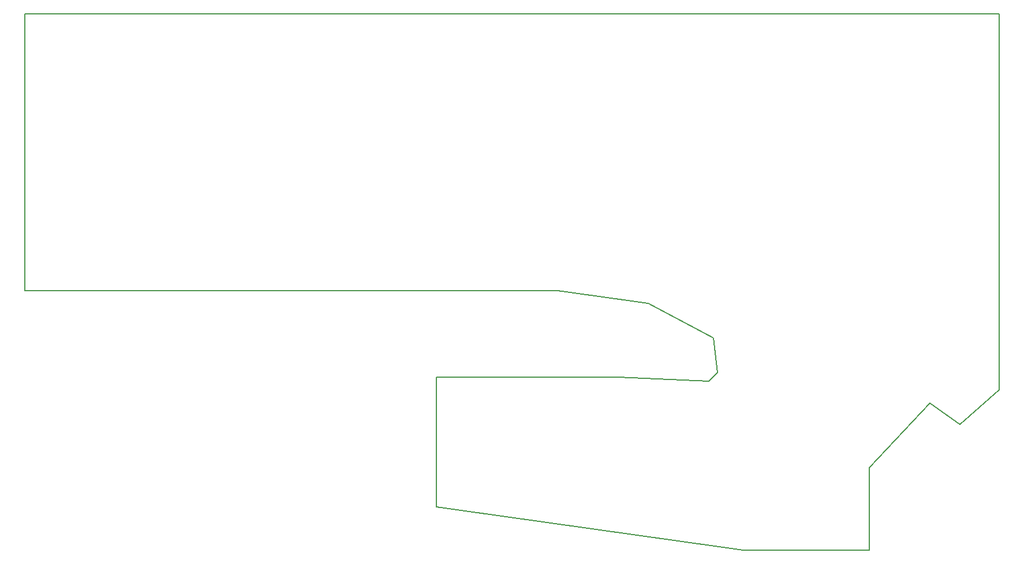
<source format=gbr>
G04 #@! TF.GenerationSoftware,KiCad,Pcbnew,5.0.2+dfsg1-1~bpo9+1*
G04 #@! TF.CreationDate,2019-02-28T23:48:51+09:00*
G04 #@! TF.ProjectId,iai,6961692e-6b69-4636-9164-5f7063625858,rev?*
G04 #@! TF.SameCoordinates,Original*
G04 #@! TF.FileFunction,Profile,NP*
%FSLAX46Y46*%
G04 Gerber Fmt 4.6, Leading zero omitted, Abs format (unit mm)*
G04 Created by KiCad (PCBNEW 5.0.2+dfsg1-1~bpo9+1) date 2019年02月28日 23時48分51秒*
%MOMM*%
%LPD*%
G01*
G04 APERTURE LIST*
%ADD10C,0.150000*%
G04 APERTURE END LIST*
D10*
X210820000Y-116840000D02*
X215265000Y-120015000D01*
X201930000Y-126365000D02*
X210820000Y-116840000D01*
X215265000Y-120015000D02*
X220980000Y-114935000D01*
X201930000Y-138430000D02*
X201930000Y-126365000D01*
X179070000Y-107315000D02*
X179705000Y-112395000D01*
X169545000Y-102235000D02*
X179070000Y-107315000D01*
X156210000Y-100330000D02*
X169545000Y-102235000D01*
X178435000Y-113665000D02*
X179705000Y-112395000D01*
X165100000Y-113030000D02*
X178435000Y-113665000D01*
X78105000Y-59690000D02*
X220980000Y-59690000D01*
X78105000Y-100330000D02*
X78105000Y-59690000D01*
X156210000Y-100330000D02*
X78105000Y-100330000D01*
X138430000Y-113030000D02*
X165100000Y-113030000D01*
X138430000Y-132080000D02*
X138430000Y-113030000D01*
X183515000Y-138430000D02*
X138430000Y-132080000D01*
X201930000Y-138430000D02*
X183515000Y-138430000D01*
X220980000Y-59690000D02*
X220980000Y-114935000D01*
M02*

</source>
